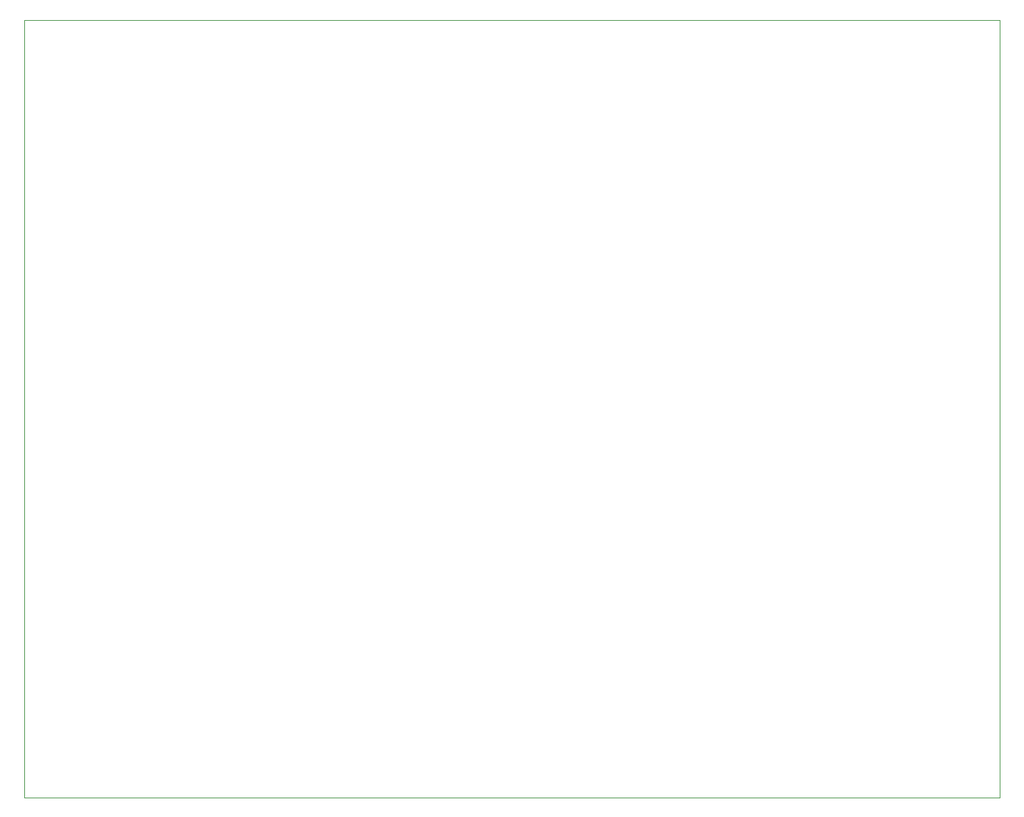
<source format=gbr>
G04 #@! TF.GenerationSoftware,KiCad,Pcbnew,(6.0.5)*
G04 #@! TF.CreationDate,2022-07-14T12:29:54-05:00*
G04 #@! TF.ProjectId,TuringMain,54757269-6e67-44d6-9169-6e2e6b696361,rev?*
G04 #@! TF.SameCoordinates,Original*
G04 #@! TF.FileFunction,Profile,NP*
%FSLAX46Y46*%
G04 Gerber Fmt 4.6, Leading zero omitted, Abs format (unit mm)*
G04 Created by KiCad (PCBNEW (6.0.5)) date 2022-07-14 12:29:54*
%MOMM*%
%LPD*%
G01*
G04 APERTURE LIST*
G04 #@! TA.AperFunction,Profile*
%ADD10C,0.050000*%
G04 #@! TD*
G04 APERTURE END LIST*
D10*
X175000000Y-142500000D02*
X175000000Y-47500000D01*
X56000000Y-47500000D02*
X56000000Y-142500000D01*
X56000000Y-142500000D02*
X175000000Y-142500000D01*
X175000000Y-47500000D02*
X56000000Y-47500000D01*
M02*

</source>
